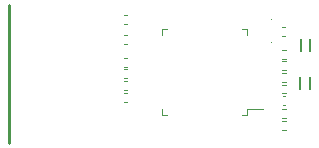
<source format=gbr>
%TF.GenerationSoftware,KiCad,Pcbnew,(6.0.6-0)*%
%TF.CreationDate,2022-08-07T16:54:58+08:00*%
%TF.ProjectId,ST-Link-Nano,53542d4c-696e-46b2-9d4e-616e6f2e6b69,rev?*%
%TF.SameCoordinates,Original*%
%TF.FileFunction,Legend,Top*%
%TF.FilePolarity,Positive*%
%FSLAX46Y46*%
G04 Gerber Fmt 4.6, Leading zero omitted, Abs format (unit mm)*
G04 Created by KiCad (PCBNEW (6.0.6-0)) date 2022-08-07 16:54:58*
%MOMM*%
%LPD*%
G01*
G04 APERTURE LIST*
%ADD10C,0.100000*%
%ADD11C,0.120000*%
%ADD12C,0.254000*%
%ADD13C,0.127000*%
G04 APERTURE END LIST*
D10*
%TO.C,D1*%
X107248202Y-88964389D02*
G75*
G03*
X107248202Y-88964389I-50000J0D01*
G01*
D11*
%TO.C,R1*%
X108145442Y-93253139D02*
X108452724Y-93253139D01*
X108145442Y-92493139D02*
X108452724Y-92493139D01*
%TO.C,R2*%
X108173468Y-96370184D02*
X108480750Y-96370184D01*
X108173468Y-95610184D02*
X108480750Y-95610184D01*
%TO.C,R6*%
X95053290Y-86612999D02*
X94746008Y-86612999D01*
X95053290Y-87372999D02*
X94746008Y-87372999D01*
D10*
%TO.C,D2*%
X107246196Y-87006761D02*
G75*
G03*
X107246196Y-87006761I-50000J0D01*
G01*
D11*
%TO.C,R10*%
X94730934Y-91217878D02*
X95038216Y-91217878D01*
X94730934Y-91977878D02*
X95038216Y-91977878D01*
%TO.C,R4*%
X108145442Y-91511507D02*
X108452724Y-91511507D01*
X108145442Y-92271507D02*
X108452724Y-92271507D01*
D12*
%TO.C,J1*%
X85040374Y-85782063D02*
X85040374Y-97442063D01*
D11*
%TO.C,R9*%
X94738561Y-90990032D02*
X95045843Y-90990032D01*
X94738561Y-90230032D02*
X95045843Y-90230032D01*
%TO.C,R13*%
X94733525Y-93945496D02*
X95040807Y-93945496D01*
X94733525Y-93185496D02*
X95040807Y-93185496D01*
%TO.C,R3*%
X108172347Y-94567145D02*
X108479629Y-94567145D01*
X108172347Y-95327145D02*
X108479629Y-95327145D01*
%TO.C,R5*%
X108452723Y-90532291D02*
X108145441Y-90532291D01*
X108452723Y-91292291D02*
X108145441Y-91292291D01*
D13*
%TO.C,Je1*%
X110522092Y-92910793D02*
X110522092Y-91894793D01*
X109706092Y-92910793D02*
X109706092Y-91894793D01*
D11*
%TO.C,R11*%
X94739983Y-88262328D02*
X95047265Y-88262328D01*
X94739983Y-89022328D02*
X95047265Y-89022328D01*
%TO.C,R12*%
X94733525Y-92959388D02*
X95040807Y-92959388D01*
X94733525Y-92199388D02*
X95040807Y-92199388D01*
%TO.C,R8*%
X108441843Y-88365953D02*
X108134561Y-88365953D01*
X108441843Y-87605953D02*
X108134561Y-87605953D01*
D13*
%TO.C,J2*%
X110555974Y-89626571D02*
X110555974Y-88610571D01*
X109739974Y-89626571D02*
X109739974Y-88610571D01*
D10*
%TO.C,D3*%
X96029762Y-89629439D02*
G75*
G03*
X96029762Y-89629439I-50000J0D01*
G01*
D11*
%TO.C,U2*%
X97990000Y-87830000D02*
X97990000Y-88280000D01*
X105210000Y-94600000D02*
X106500000Y-94600000D01*
X98440000Y-95050000D02*
X97990000Y-95050000D01*
X97990000Y-95050000D02*
X97990000Y-94600000D01*
X105210000Y-95050000D02*
X105210000Y-94600000D01*
X104760000Y-87830000D02*
X105210000Y-87830000D01*
X98440000Y-87830000D02*
X97990000Y-87830000D01*
X105210000Y-87830000D02*
X105210000Y-88280000D01*
X104760000Y-95050000D02*
X105210000Y-95050000D01*
%TO.C,C1*%
X108217158Y-94209478D02*
X108432830Y-94209478D01*
X108217158Y-93489478D02*
X108432830Y-93489478D01*
%TO.C,R7*%
X108451246Y-90313494D02*
X108143964Y-90313494D01*
X108451246Y-89553494D02*
X108143964Y-89553494D01*
%TD*%
M02*

</source>
